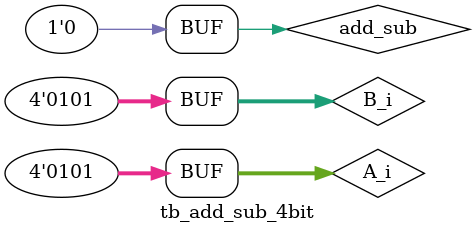
<source format=v>

`include "add_sub_4bit.v"
`timescale 1ns/1ns

module tb_add_sub_4bit (

);
    reg  [3:0] A_i;
    reg  [3:0] B_i;
    reg        add_sub;
    wire [3:0] S_o;
    wire       C_o;
    wire       N_o;
    wire       Z_o; 
    wire       V_o;

    add_sub_4bit adder (
        .A_i (A_i),
        .B_i (B_i),
        .add_sub (add_sub),
        .S_o (S_o),
        .C_o (C_o),
        .N_o (N_o),
        .Z_o (Z_o),
        .V_o (V_o)
    );

    initial begin
        #0 // 1+2 -> Carry:0, N:0, V:0, Z:0
        A_i = 4'b0001;
        B_i = 4'b0010;
        add_sub = 1'b0;

        #1 // 3-2 -> Carry:1, N:0, V:0, Z:0
        A_i = 4'b0011;
        B_i = 4'b0010;
        add_sub = 1'b1;

        #1 // -7+1 -> Carry:0, N:1, V:0, Z:0
        A_i = 4'b1001;
        B_i = 4'b0001;
        add_sub = 1'b0;

        #1 // -7-2 -> Carry:1, N:0, V:1, Z:0
        A_i = 4'b1001;
        B_i = 4'b0010;
        add_sub = 1'b1;

        #1 // 5+5 -> Carry:0, N:1, V:1, Z:0
        A_i = 4'b0101;
        B_i = 4'b0101;
        add_sub = 1'b0;

    end

    initial begin
	    $dumpfile("tb_add_sub_4bit.vcd");
	    $dumpvars(0, tb_add_sub_4bit);
    end

endmodule
</source>
